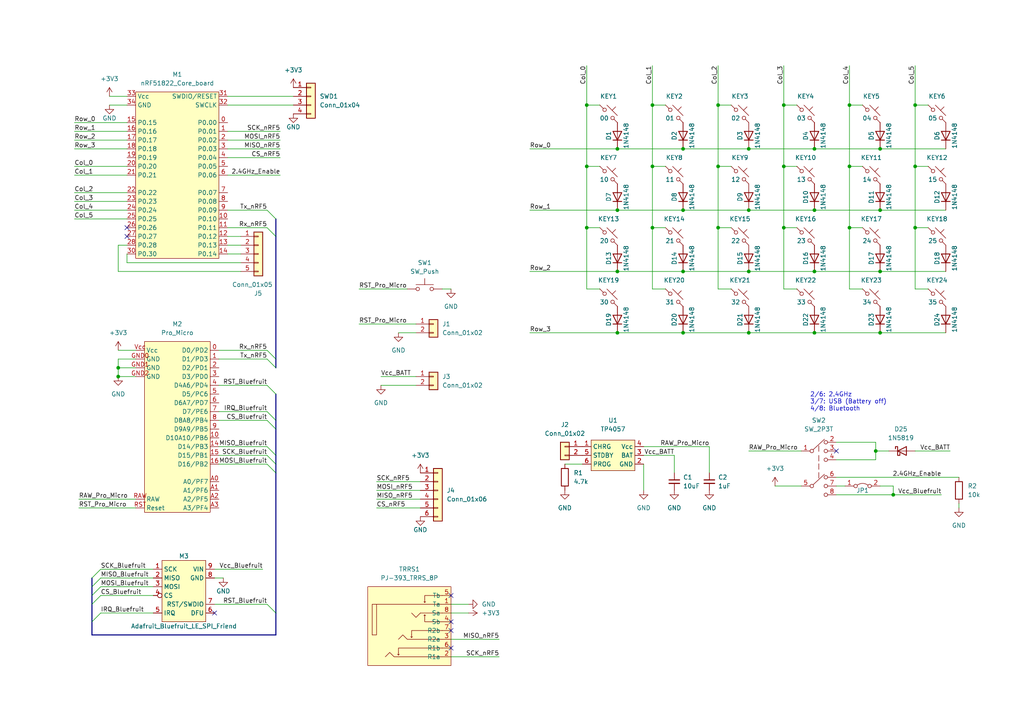
<source format=kicad_sch>
(kicad_sch (version 20211123) (generator eeschema)
  (paper "A4")
  (title_block (title "ErgoSNM Keyboard Prototype (Left)") (rev "1"))
  (lib_symbols
    (symbol "Connector_Generic:Conn_01x02" (pin_names (offset 1.016) hide)
      (property "Reference" "J" (at 0 2.54 0))
      (property "Value" "Conn_01x02" (at 0 -5.08 0))
      (symbol "Conn_01x02_1_1"
        (pin passive line (at -5.08 0 0) (length 3.81) (name "Pin_1") (number "1"))
        (pin passive line (at -5.08 -2.54 0) (length 3.81) (name "Pin_2") (number "2"))
      )
    )
    (symbol "Connector_Generic:Conn_01x04" (pin_names (offset 1.016) hide)
      (property "Reference" "J" (at 0 5.08 0))
      (property "Value" "Conn_01x04" (at 0 -7.62 0))
      (symbol "Conn_01x04_1_1"
        (pin passive line (at -5.08 2.54 0) (length 3.81) (name "Pin_1") (number "1"))
        (pin passive line (at -5.08 0 0) (length 3.81) (name "Pin_2") (number "2"))
        (pin passive line (at -5.08 -2.54 0) (length 3.81) (name "Pin_3") (number "3"))
        (pin passive line (at -5.08 -5.08 0) (length 3.81) (name "Pin_4") (number "4"))
      )
    )
    (symbol "Connector_Generic:Conn_01x05" (pin_names (offset 1.016) hide)
      (property "Reference" "J" (at 0 7.62 0))
      (property "Value" "Conn_01x05" (at 0 -7.62 0))
      (symbol "Conn_01x05_1_1"
        (pin passive line (at -5.08 5.08 0) (length 3.81) (name "Pin_1") (number "1"))
        (pin passive line (at -5.08 2.54 0) (length 3.81) (name "Pin_2") (number "2"))
        (pin passive line (at -5.08 0 0) (length 3.81) (name "Pin_3") (number "3"))
        (pin passive line (at -5.08 -2.54 0) (length 3.81) (name "Pin_4") (number "4"))
        (pin passive line (at -5.08 -5.08 0) (length 3.81) (name "Pin_5") (number "5"))
      )
    )
    (symbol "Connector_Generic:Conn_01x06" (pin_names (offset 1.016) hide)
      (property "Reference" "J" (at 0 7.62 0))
      (property "Value" "Conn_01x06" (at 0 -10.16 0))
      (symbol "Conn_01x06_1_1"
        (pin passive line (at -5.08 5.08 0) (length 3.81) (name "Pin_1") (number "1"))
        (pin passive line (at -5.08 2.54 0) (length 3.81) (name "Pin_2") (number "2"))
        (pin passive line (at -5.08 0 0) (length 3.81) (name "Pin_3") (number "3"))
        (pin passive line (at -5.08 -2.54 0) (length 3.81) (name "Pin_4") (number "4"))
        (pin passive line (at -5.08 -5.08 0) (length 3.81) (name "Pin_5") (number "5"))
        (pin passive line (at -5.08 -7.62 0) (length 3.81) (name "Pin_6") (number "6"))
      )
    )
    (symbol "Device:C_Small" (pin_numbers hide) (pin_names (offset 0.254) hide)
      (property "Reference" "C" (at 0.254 1.778 0))
      (property "Value" "C_Small" (at 0.254 -2.032 0))
      (symbol "C_Small_1_1"
        (pin passive line (at 0 2.54 270) (length 2.032) (name "~") (number "1"))
        (pin passive line (at 0 -2.54 90) (length 2.032) (name "~") (number "2"))
      )
    )
    (symbol "Device:R" (pin_numbers hide) (pin_names (offset 0))
      (property "Reference" "R" (at 2.032 0 90))
      (property "Value" "R" (at 0 0 90))
      (symbol "R_1_1"
        (pin passive line (at 0 3.81 270) (length 1.27) (name "~") (number "1"))
        (pin passive line (at 0 -3.81 90) (length 1.27) (name "~") (number "2"))
      )
    )
    (symbol "Diode:1N4148" (pin_numbers hide) (pin_names (offset 1.016) hide)
      (property "Reference" "D" (at 0 2.54 0))
      (property "Value" "1N4148" (at 0 -2.54 0))
      (symbol "1N4148_1_1"
        (pin passive line (at -3.81 0 0) (length 2.54) (name "K") (number "1"))
        (pin passive line (at 3.81 0 180) (length 2.54) (name "A") (number "2"))
      )
    )
    (symbol "Diode:1N5819" (pin_numbers hide) (pin_names (offset 1.016) hide)
      (property "Reference" "D" (at 0 2.54 0))
      (property "Value" "1N5819" (at 0 -2.54 0))
      (symbol "1N5819_1_1"
        (pin passive line (at -3.81 0 0) (length 2.54) (name "K") (number "1"))
        (pin passive line (at 3.81 0 180) (length 2.54) (name "A") (number "2"))
      )
    )
    (symbol "ErgoSNM_Keybaord_Library:Adafruit_Bluefruit_LE_SPI_Friend"
      (property "Reference" "M" (at 0 -12.7 0))
      (property "Value" "Adafruit_Bluefruit_LE_SPI_Friend" (at 1.27 -10.16 0))
      (symbol "Adafruit_Bluefruit_LE_SPI_Friend_1_1"
        (pin input line (at -8.89 6.35 0) (length 2.54) (name "SCK") (number "1"))
        (pin output line (at -8.89 3.81 0) (length 2.54) (name "MISO") (number "2"))
        (pin input line (at -8.89 1.27 0) (length 2.54) (name "MOSI") (number "3"))
        (pin input inverted (at -8.89 -1.27 0) (length 2.54) (name "CS") (number "4"))
        (pin output line (at -8.89 -6.35 0) (length 2.54) (name "IRQ") (number "5"))
        (pin input line (at 8.89 -6.35 180) (length 2.54) (name "DFU") (number "6"))
        (pin input line (at 8.89 -3.81 180) (length 2.54) (name "RST/SWDIO") (number "7"))
        (pin power_in line (at 8.89 3.81 180) (length 2.54) (name "GND") (number "8"))
        (pin power_in line (at 8.89 6.35 180) (length 2.54) (name "VIN") (number "9"))
      )
    )
    (symbol "ErgoSNM_Keybaord_Library:PJ-393_TRRS_8P"
      (property "Reference" "TRRS" (at -5.08 -16.51 0))
      (property "Value" "PJ-393_TRRS_8P" (at -3.175 -18.415 0))
      (symbol "PJ-393_TRRS_8P_0_0"
        (pin bidirectional line (at 10.16 -8.89 180) (length 2.54) (name "R1a") (number "2"))
        (pin bidirectional line (at 10.16 -3.81 180) (length 2.54) (name "R2a") (number "3"))
        (pin bidirectional line (at 10.16 1.27 180) (length 2.54) (name "Sb") (number "4"))
        (pin bidirectional line (at 10.16 8.89 180) (length 2.54) (name "Tb") (number "5"))
        (pin bidirectional line (at 10.16 -6.35 180) (length 2.54) (name "R1b") (number "6"))
        (pin bidirectional line (at 10.16 -1.27 180) (length 2.54) (name "R2b") (number "7"))
        (pin bidirectional line (at 10.16 3.81 180) (length 2.54) (name "Sa") (number "8"))
      )
      (symbol "PJ-393_TRRS_8P_1_1"
        (pin bidirectional line (at 10.16 6.35 180) (length 2.54) (name "Ta") (number "1"))
      )
    )
    (symbol "ErgoSNM_Keybaord_Library:Pro_Micro"
      (property "Reference" "M" (at 0 -27.94 0))
      (property "Value" "Pro_Micro" (at 0 -25.4 0))
      (symbol "Pro_Micro_1_1"
        (pin bidirectional line (at 13.97 22.86 180) (length 2.54) (name "D0/PD2") (number "0"))
        (pin bidirectional line (at 13.97 20.32 180) (length 2.54) (name "D1/PD3") (number "1"))
        (pin bidirectional line (at 13.97 -2.54 180) (length 2.54) (name "D10A10/PB6") (number "10"))
        (pin bidirectional line (at 13.97 -5.08 180) (length 2.54) (name "D14/PB3") (number "14"))
        (pin bidirectional line (at 13.97 -7.62 180) (length 2.54) (name "D15/PB1") (number "15"))
        (pin bidirectional line (at 13.97 -10.16 180) (length 2.54) (name "D16/PB2") (number "16"))
        (pin bidirectional line (at 13.97 17.78 180) (length 2.54) (name "D2/PD1") (number "2"))
        (pin bidirectional line (at 13.97 15.24 180) (length 2.54) (name "D3/PD0") (number "3"))
        (pin bidirectional line (at 13.97 12.7 180) (length 2.54) (name "D4A6/PD4") (number "4"))
        (pin bidirectional line (at 13.97 10.16 180) (length 2.54) (name "D5/PC6") (number "5"))
        (pin bidirectional line (at 13.97 7.62 180) (length 2.54) (name "D6A7/PD7") (number "6"))
        (pin bidirectional line (at 13.97 5.08 180) (length 2.54) (name "D7/PE6") (number "7"))
        (pin bidirectional line (at 13.97 2.54 180) (length 2.54) (name "D8A8/PB4") (number "8"))
        (pin bidirectional line (at 13.97 0 180) (length 2.54) (name "D9A9/PB5") (number "9"))
        (pin bidirectional line (at 13.97 -15.24 180) (length 2.54) (name "A0/PF7") (number "A0"))
        (pin bidirectional line (at 13.97 -17.78 180) (length 2.54) (name "A1/PF6") (number "A1"))
        (pin bidirectional line (at 13.97 -20.32 180) (length 2.54) (name "A2/PF5") (number "A2"))
        (pin bidirectional line (at 13.97 -22.86 180) (length 2.54) (name "A3/PF4") (number "A3"))
        (pin power_in line (at -10.16 20.32 0) (length 2.54) (name "GND") (number "GND0"))
        (pin power_in line (at -10.16 17.78 0) (length 2.54) (name "GND") (number "GND1"))
        (pin power_in line (at -10.16 15.24 0) (length 2.54) (name "GND") (number "GND2"))
        (pin bidirectional line (at -10.16 -20.32 0) (length 2.54) (name "RAW") (number "RAW"))
        (pin bidirectional line (at -10.16 -22.86 0) (length 2.54) (name "Reset") (number "RST"))
        (pin power_in line (at -10.16 22.86 0) (length 2.54) (name "Vcc") (number "Vcc"))
      )
    )
    (symbol "ErgoSNM_Keybaord_Library:SW_2P3T"
      (property "Reference" "SW" (at 0.127 -10.414 0))
      (property "Value" "SW_2P3T" (at -0.127 11.049 0))
      (symbol "SW_2P3T_1_1"
        (pin passive line (at -5.08 5.08 0) (length 2.54) (name "") (number "1"))
        (pin passive line (at 5.08 7.62 180) (length 2.54) (name "") (number "2"))
        (pin passive line (at 5.08 5.08 180) (length 2.54) (name "") (number "3"))
        (pin passive line (at 5.08 2.54 180) (length 2.54) (name "") (number "4"))
        (pin passive line (at -5.08 -5.08 0) (length 2.54) (name "") (number "5"))
        (pin passive line (at 5.08 -2.54 180) (length 2.54) (name "") (number "6"))
        (pin passive line (at 5.08 -5.08 180) (length 2.54) (name "") (number "7"))
        (pin passive line (at 5.08 -7.62 180) (length 2.54) (name "") (number "8"))
      )
    )
    (symbol "ErgoSNM_Keybaord_Library:TP4057"
      (property "Reference" "U" (at 0 -8.255 0))
      (property "Value" "TP4057" (at 0 -5.715 0))
      (symbol "TP4057_1_1"
        (pin output line (at -8.89 2.54 0) (length 2.54) (name "CHRG") (number "1"))
        (pin power_in line (at 8.89 -2.54 180) (length 2.54) (name "GND") (number "2"))
        (pin power_in line (at 8.89 0 180) (length 2.54) (name "BAT") (number "3"))
        (pin power_in line (at 8.89 2.54 180) (length 2.54) (name "Vcc") (number "4"))
        (pin output line (at -8.89 0 0) (length 2.54) (name "STDBY") (number "5"))
        (pin input line (at -8.89 -2.54 0) (length 2.54) (name "PROG") (number "6"))
      )
    )
    (symbol "ErgoSNM_Keybaord_Library:nRF51822_Core_board"
      (property "Reference" "M" (at 0 -25.4 0))
      (property "Value" "nRF51822_Core_board" (at 0 -22.86 0))
      (symbol "nRF51822_Core_board_1_1"
        (pin bidirectional line (at 15.24 17.78 180) (length 2.54) (name "P0.00") (number "0"))
        (pin bidirectional line (at 15.24 15.24 180) (length 2.54) (name "P0.01") (number "1"))
        (pin bidirectional line (at 15.24 -10.16 180) (length 2.54) (name "P0.10") (number "10"))
        (pin bidirectional line (at 15.24 -12.7 180) (length 2.54) (name "P0.11") (number "11"))
        (pin bidirectional line (at 15.24 -15.24 180) (length 2.54) (name "P0.12") (number "12"))
        (pin bidirectional line (at 15.24 -17.78 180) (length 2.54) (name "P0.13") (number "13"))
        (pin bidirectional line (at 15.24 -20.32 180) (length 2.54) (name "P0.14") (number "14"))
        (pin bidirectional line (at -13.97 17.78 0) (length 2.54) (name "P0.15") (number "15"))
        (pin bidirectional line (at -13.97 15.24 0) (length 2.54) (name "P0.16") (number "16"))
        (pin bidirectional line (at -13.97 12.7 0) (length 2.54) (name "P0.17") (number "17"))
        (pin bidirectional line (at -13.97 10.16 0) (length 2.54) (name "P0.18") (number "18"))
        (pin bidirectional line (at -13.97 7.62 0) (length 2.54) (name "P0.19") (number "19"))
        (pin bidirectional line (at 15.24 12.7 180) (length 2.54) (name "P0.02") (number "2"))
        (pin bidirectional line (at -13.97 5.08 0) (length 2.54) (name "P0.20") (number "20"))
        (pin bidirectional line (at -13.97 2.54 0) (length 2.54) (name "P0.21") (number "21"))
        (pin bidirectional line (at -13.97 -2.54 0) (length 2.54) (name "P0.22") (number "22"))
        (pin bidirectional line (at -13.97 -5.08 0) (length 2.54) (name "P0.23") (number "23"))
        (pin bidirectional line (at -13.97 -7.62 0) (length 2.54) (name "P0.24") (number "24"))
        (pin bidirectional line (at -13.97 -10.16 0) (length 2.54) (name "P0.25") (number "25"))
        (pin bidirectional line (at -13.97 -12.7 0) (length 2.54) (name "P0.26") (number "26"))
        (pin bidirectional line (at -13.97 -15.24 0) (length 2.54) (name "P0.27") (number "27"))
        (pin bidirectional line (at -13.97 -17.78 0) (length 2.54) (name "P0.28") (number "28"))
        (pin bidirectional line (at 15.24 10.16 180) (length 2.54) (name "P0.03") (number "3"))
        (pin bidirectional line (at -13.97 -20.32 0) (length 2.54) (name "P0.30") (number "30"))
        (pin bidirectional line (at 15.24 25.4 180) (length 2.54) (name "SWDIO/RESET") (number "31"))
        (pin bidirectional line (at 15.24 22.86 180) (length 2.54) (name "SWCLK") (number "32"))
        (pin power_in line (at -13.97 25.4 0) (length 2.54) (name "Vcc") (number "33"))
        (pin power_in line (at -13.97 22.86 0) (length 2.54) (name "GND") (number "34"))
        (pin bidirectional line (at 15.24 7.62 180) (length 2.54) (name "P0.04") (number "4"))
        (pin bidirectional line (at 15.24 5.08 180) (length 2.54) (name "P0.05") (number "5"))
        (pin bidirectional line (at 15.24 2.54 180) (length 2.54) (name "P0.06") (number "6"))
        (pin bidirectional line (at 15.24 -2.54 180) (length 2.54) (name "P0.07") (number "7"))
        (pin bidirectional line (at 15.24 -5.08 180) (length 2.54) (name "P0.08") (number "8"))
        (pin bidirectional line (at 15.24 -7.62 180) (length 2.54) (name "P0.09") (number "9"))
      )
    )
    (symbol "Jumper:Jumper_2_Bridged" (pin_names (offset 0) hide)
      (property "Reference" "JP" (at 0 1.905 0))
      (property "Value" "Jumper_2_Bridged" (at 0 -2.54 0))
      (symbol "Jumper_2_Bridged_1_1"
        (pin passive line (at -5.08 0 0) (length 2.54) (name "A") (number "1"))
        (pin passive line (at 5.08 0 180) (length 2.54) (name "B") (number "2"))
      )
    )
    (symbol "Switch:SW_Push" (pin_numbers hide) (pin_names (offset 1.016) hide)
      (property "Reference" "SW" (at 1.27 2.54 0))
      (property "Value" "SW_Push" (at 0 -1.524 0))
      (symbol "SW_Push_0_1"
        (pin passive line (at -5.08 0 0) (length 2.54) (name "1") (number "1"))
        (pin passive line (at 5.08 0 180) (length 2.54) (name "2") (number "2"))
      )
    )
    (symbol "Switch:SW_Push_45deg" (pin_numbers hide) (pin_names (offset 1.016) hide)
      (property "Reference" "SW" (at 3.048 1.016 0))
      (property "Value" "SW_Push_45deg" (at 0 -3.81 0))
      (symbol "SW_Push_45deg_0_1"
        (pin passive line (at -2.54 2.54 0) (length 0) (name "1") (number "1"))
        (pin passive line (at 2.54 -2.54 180) (length 0) (name "2") (number "2"))
      )
    )
    (symbol "power:+3.3V" (power) (pin_names (offset 0))
      (property "Value" "+3.3V" (at 0 3.556 0))
      (symbol "+3.3V_1_1"
        (pin power_in line (at 0 0 90) (length 0) hide (name "+3V3") (number "1"))
      )
    )
    (symbol "power:GND" (power) (pin_names (offset 0))
      (property "Value" "GND" (at 0 -3.81 0))
      (symbol "GND_1_1"
        (pin power_in line (at 0 0 270) (length 0) hide (name "GND") (number "1"))
      )
    )
  )
  (junction (at 236.22 78.74))
  (junction (at 255.27 78.74))
  (junction (at 217.17 78.74))
  (junction (at 189.23 66.04))
  (junction (at 236.22 60.96))
  (junction (at 236.22 96.52))
  (junction (at 265.43 48.26))
  (junction (at 179.07 60.96))
  (junction (at 208.28 30.48))
  (junction (at 246.38 66.04))
  (junction (at 265.43 66.04))
  (junction (at 198.12 60.96))
  (junction (at 255.27 96.52))
  (junction (at 227.33 48.26))
  (junction (at 208.28 48.26))
  (junction (at 198.12 78.74))
  (junction (at 179.07 96.52))
  (junction (at 255.27 43.18))
  (junction (at 198.12 43.18))
  (junction (at 265.43 30.48))
  (junction (at 179.07 43.18))
  (junction (at 217.17 60.96))
  (junction (at 189.23 30.48))
  (junction (at 34.29 106.68))
  (junction (at 217.17 43.18))
  (junction (at 179.07 78.74))
  (junction (at 170.18 30.48))
  (junction (at 246.38 30.48))
  (junction (at 170.18 66.04))
  (junction (at 236.22 43.18))
  (junction (at 246.38 48.26))
  (junction (at 198.12 96.52))
  (junction (at 227.33 30.48))
  (junction (at 259.08 143.51))
  (junction (at 255.27 60.96))
  (junction (at 208.28 66.04))
  (junction (at 34.29 109.22))
  (junction (at 254 130.81))
  (junction (at 227.33 66.04))
  (junction (at 189.23 48.26))
  (junction (at 170.18 48.26))
  (junction (at 217.17 96.52))
  (no_connect (at 36.83 68.58))
  (no_connect (at 36.83 66.04))
  (no_connect (at 130.81 187.96))
  (no_connect (at 130.81 182.88))
  (no_connect (at 130.81 180.34))
  (no_connect (at 130.81 172.72))
  (no_connect (at 242.57 130.81))
  (no_connect (at 62.23 177.8))
  (bus_entry (at 29.21 170.18) (size -2.54 2.54))
  (bus_entry (at 29.21 167.64) (size -2.54 2.54))
  (bus_entry (at 29.21 165.1) (size -2.54 2.54))
  (bus_entry (at 29.21 172.72) (size -2.54 2.54))
  (bus_entry (at 29.21 177.8) (size -2.54 2.54))
  (bus_entry (at 77.47 175.26) (size 2.54 2.54))
  (bus_entry (at 77.47 129.54) (size 2.54 2.54))
  (bus_entry (at 77.47 121.92) (size 2.54 2.54))
  (bus_entry (at 77.47 132.08) (size 2.54 2.54))
  (bus_entry (at 77.47 134.62) (size 2.54 2.54))
  (bus_entry (at 77.47 119.38) (size 2.54 2.54))
  (bus_entry (at 77.47 111.76) (size 2.54 2.54))
  (bus_entry (at 77.47 60.96) (size 2.54 2.54))
  (bus_entry (at 77.47 66.04) (size 2.54 2.54))
  (bus_entry (at 77.47 101.6) (size 2.54 2.54))
  (bus_entry (at 77.47 104.14) (size 2.54 2.54))
  (wire (pts (xy 69.85 68.58) (xy 66.04 68.58)))
  (wire (pts (xy 31.75 27.94) (xy 36.83 27.94)))
  (wire (pts (xy 208.28 48.26) (xy 208.28 66.04)))
  (wire (pts (xy 69.85 73.66) (xy 66.04 73.66)))
  (wire (pts (xy 186.69 132.08) (xy 195.58 132.08)))
  (wire (pts (xy 212.09 30.48) (xy 208.28 30.48)))
  (bus (pts (xy 80.01 104.14) (xy 80.01 68.58)))
  (wire (pts (xy 242.57 138.43) (xy 278.13 138.43)))
  (wire (pts (xy 179.07 96.52) (xy 198.12 96.52)))
  (wire (pts (xy 255.27 140.97) (xy 259.08 140.97)))
  (wire (pts (xy 29.21 177.8) (xy 44.45 177.8)))
  (wire (pts (xy 66.04 45.72) (xy 81.28 45.72)))
  (wire (pts (xy 173.99 48.26) (xy 170.18 48.26)))
  (wire (pts (xy 29.21 167.64) (xy 44.45 167.64)))
  (wire (pts (xy 265.43 48.26) (xy 265.43 66.04)))
  (wire (pts (xy 212.09 83.82) (xy 208.28 83.82)))
  (wire (pts (xy 242.57 140.97) (xy 245.11 140.97)))
  (wire (pts (xy 231.14 66.04) (xy 227.33 66.04)))
  (wire (pts (xy 110.49 109.22) (xy 120.65 109.22)))
  (bus (pts (xy 80.01 124.46) (xy 80.01 132.08)))
  (wire (pts (xy 153.67 43.18) (xy 179.07 43.18)))
  (wire (pts (xy 77.47 119.38) (xy 63.5 119.38)))
  (wire (pts (xy 269.24 30.48) (xy 265.43 30.48)))
  (wire (pts (xy 198.12 60.96) (xy 217.17 60.96)))
  (wire (pts (xy 173.99 83.82) (xy 170.18 83.82)))
  (bus (pts (xy 80.01 137.16) (xy 80.01 177.8)))
  (wire (pts (xy 278.13 146.05) (xy 278.13 147.32)))
  (wire (pts (xy 227.33 48.26) (xy 227.33 66.04)))
  (wire (pts (xy 21.59 63.5) (xy 36.83 63.5)))
  (wire (pts (xy 265.43 66.04) (xy 265.43 83.82)))
  (wire (pts (xy 217.17 96.52) (xy 236.22 96.52)))
  (wire (pts (xy 250.19 30.48) (xy 246.38 30.48)))
  (wire (pts (xy 66.04 38.1) (xy 81.28 38.1)))
  (wire (pts (xy 34.29 106.68) (xy 34.29 109.22)))
  (wire (pts (xy 29.21 165.1) (xy 44.45 165.1)))
  (wire (pts (xy 170.18 30.48) (xy 170.18 48.26)))
  (wire (pts (xy 179.07 43.18) (xy 198.12 43.18)))
  (wire (pts (xy 115.57 96.52) (xy 120.65 96.52)))
  (wire (pts (xy 39.37 104.14) (xy 34.29 104.14)))
  (bus (pts (xy 80.01 184.15) (xy 26.67 184.15)))
  (wire (pts (xy 77.47 129.54) (xy 63.5 129.54)))
  (wire (pts (xy 144.78 190.5) (xy 130.81 190.5)))
  (wire (pts (xy 21.59 43.18) (xy 36.83 43.18)))
  (wire (pts (xy 257.81 130.81) (xy 254 130.81)))
  (wire (pts (xy 208.28 66.04) (xy 208.28 83.82)))
  (wire (pts (xy 69.85 76.2) (xy 36.83 76.2)))
  (wire (pts (xy 22.86 144.78) (xy 39.37 144.78)))
  (wire (pts (xy 227.33 19.05) (xy 227.33 30.48)))
  (wire (pts (xy 34.29 106.68) (xy 39.37 106.68)))
  (wire (pts (xy 224.79 140.97) (xy 232.41 140.97)))
  (wire (pts (xy 21.59 50.8) (xy 36.83 50.8)))
  (wire (pts (xy 135.89 175.26) (xy 130.81 175.26)))
  (wire (pts (xy 186.69 142.24) (xy 186.69 134.62)))
  (wire (pts (xy 170.18 19.05) (xy 170.18 30.48)))
  (bus (pts (xy 80.01 114.3) (xy 80.01 121.92)))
  (wire (pts (xy 77.47 66.04) (xy 66.04 66.04)))
  (wire (pts (xy 179.07 60.96) (xy 198.12 60.96)))
  (wire (pts (xy 242.57 133.35) (xy 254 133.35)))
  (wire (pts (xy 193.04 48.26) (xy 189.23 48.26)))
  (wire (pts (xy 212.09 48.26) (xy 208.28 48.26)))
  (wire (pts (xy 186.69 129.54) (xy 205.74 129.54)))
  (wire (pts (xy 254 133.35) (xy 254 130.81)))
  (wire (pts (xy 21.59 55.88) (xy 36.83 55.88)))
  (wire (pts (xy 265.43 19.05) (xy 265.43 30.48)))
  (wire (pts (xy 198.12 43.18) (xy 217.17 43.18)))
  (wire (pts (xy 242.57 143.51) (xy 259.08 143.51)))
  (bus (pts (xy 80.01 121.92) (xy 80.01 124.46)))
  (wire (pts (xy 144.78 185.42) (xy 130.81 185.42)))
  (wire (pts (xy 163.83 134.62) (xy 168.91 134.62)))
  (wire (pts (xy 189.23 19.05) (xy 189.23 30.48)))
  (wire (pts (xy 34.29 109.22) (xy 39.37 109.22)))
  (wire (pts (xy 242.57 128.27) (xy 254 128.27)))
  (wire (pts (xy 31.75 30.48) (xy 36.83 30.48)))
  (wire (pts (xy 217.17 60.96) (xy 236.22 60.96)))
  (wire (pts (xy 189.23 66.04) (xy 189.23 83.82)))
  (wire (pts (xy 246.38 66.04) (xy 246.38 83.82)))
  (wire (pts (xy 77.47 134.62) (xy 63.5 134.62)))
  (wire (pts (xy 69.85 71.12) (xy 66.04 71.12)))
  (wire (pts (xy 63.5 104.14) (xy 77.47 104.14)))
  (wire (pts (xy 217.17 130.81) (xy 232.41 130.81)))
  (wire (pts (xy 66.04 30.48) (xy 85.09 30.48)))
  (wire (pts (xy 21.59 35.56) (xy 36.83 35.56)))
  (wire (pts (xy 236.22 43.18) (xy 255.27 43.18)))
  (wire (pts (xy 231.14 83.82) (xy 227.33 83.82)))
  (wire (pts (xy 212.09 66.04) (xy 208.28 66.04)))
  (wire (pts (xy 265.43 30.48) (xy 265.43 48.26)))
  (wire (pts (xy 205.74 137.16) (xy 205.74 129.54)))
  (wire (pts (xy 193.04 66.04) (xy 189.23 66.04)))
  (wire (pts (xy 255.27 43.18) (xy 274.32 43.18)))
  (wire (pts (xy 21.59 38.1) (xy 36.83 38.1)))
  (wire (pts (xy 246.38 19.05) (xy 246.38 30.48)))
  (wire (pts (xy 250.19 83.82) (xy 246.38 83.82)))
  (wire (pts (xy 77.47 60.96) (xy 66.04 60.96)))
  (wire (pts (xy 246.38 48.26) (xy 246.38 66.04)))
  (wire (pts (xy 104.14 83.82) (xy 118.11 83.82)))
  (wire (pts (xy 198.12 78.74) (xy 217.17 78.74)))
  (wire (pts (xy 36.83 76.2) (xy 36.83 73.66)))
  (wire (pts (xy 130.81 83.82) (xy 128.27 83.82)))
  (wire (pts (xy 254 130.81) (xy 254 128.27)))
  (wire (pts (xy 62.23 167.64) (xy 64.77 167.64)))
  (wire (pts (xy 173.99 66.04) (xy 170.18 66.04)))
  (wire (pts (xy 135.89 177.8) (xy 130.81 177.8)))
  (wire (pts (xy 66.04 27.94) (xy 85.09 27.94)))
  (wire (pts (xy 21.59 60.96) (xy 36.83 60.96)))
  (bus (pts (xy 26.67 167.64) (xy 26.67 170.18)))
  (wire (pts (xy 269.24 66.04) (xy 265.43 66.04)))
  (wire (pts (xy 255.27 60.96) (xy 274.32 60.96)))
  (wire (pts (xy 153.67 96.52) (xy 179.07 96.52)))
  (wire (pts (xy 77.47 121.92) (xy 63.5 121.92)))
  (wire (pts (xy 69.85 78.74) (xy 34.29 78.74)))
  (wire (pts (xy 153.67 60.96) (xy 179.07 60.96)))
  (bus (pts (xy 80.01 134.62) (xy 80.01 137.16)))
  (wire (pts (xy 231.14 48.26) (xy 227.33 48.26)))
  (wire (pts (xy 227.33 30.48) (xy 227.33 48.26)))
  (wire (pts (xy 170.18 66.04) (xy 170.18 83.82)))
  (bus (pts (xy 26.67 172.72) (xy 26.67 175.26)))
  (wire (pts (xy 77.47 111.76) (xy 63.5 111.76)))
  (wire (pts (xy 269.24 48.26) (xy 265.43 48.26)))
  (wire (pts (xy 217.17 78.74) (xy 236.22 78.74)))
  (wire (pts (xy 189.23 30.48) (xy 189.23 48.26)))
  (wire (pts (xy 110.49 111.76) (xy 120.65 111.76)))
  (bus (pts (xy 26.67 180.34) (xy 26.67 184.15)))
  (wire (pts (xy 109.22 139.7) (xy 121.92 139.7)))
  (wire (pts (xy 109.22 147.32) (xy 121.92 147.32)))
  (wire (pts (xy 34.29 104.14) (xy 34.29 106.68)))
  (wire (pts (xy 77.47 175.26) (xy 62.23 175.26)))
  (wire (pts (xy 173.99 30.48) (xy 170.18 30.48)))
  (wire (pts (xy 34.29 71.12) (xy 36.83 71.12)))
  (wire (pts (xy 77.47 132.08) (xy 63.5 132.08)))
  (wire (pts (xy 189.23 48.26) (xy 189.23 66.04)))
  (wire (pts (xy 179.07 78.74) (xy 198.12 78.74)))
  (wire (pts (xy 193.04 83.82) (xy 189.23 83.82)))
  (wire (pts (xy 246.38 30.48) (xy 246.38 48.26)))
  (wire (pts (xy 81.28 50.8) (xy 66.04 50.8)))
  (wire (pts (xy 34.29 78.74) (xy 34.29 71.12)))
  (wire (pts (xy 195.58 137.16) (xy 195.58 132.08)))
  (bus (pts (xy 80.01 132.08) (xy 80.01 134.62)))
  (bus (pts (xy 26.67 175.26) (xy 26.67 180.34)))
  (wire (pts (xy 66.04 40.64) (xy 81.28 40.64)))
  (wire (pts (xy 21.59 58.42) (xy 36.83 58.42)))
  (wire (pts (xy 104.14 93.98) (xy 120.65 93.98)))
  (wire (pts (xy 275.59 130.81) (xy 265.43 130.81)))
  (wire (pts (xy 29.21 170.18) (xy 44.45 170.18)))
  (wire (pts (xy 21.59 48.26) (xy 36.83 48.26)))
  (wire (pts (xy 21.59 40.64) (xy 36.83 40.64)))
  (wire (pts (xy 29.21 172.72) (xy 44.45 172.72)))
  (wire (pts (xy 231.14 30.48) (xy 227.33 30.48)))
  (wire (pts (xy 109.22 144.78) (xy 121.92 144.78)))
  (wire (pts (xy 227.33 66.04) (xy 227.33 83.82)))
  (wire (pts (xy 198.12 96.52) (xy 217.17 96.52)))
  (bus (pts (xy 26.67 170.18) (xy 26.67 172.72)))
  (wire (pts (xy 250.19 66.04) (xy 246.38 66.04)))
  (wire (pts (xy 62.23 165.1) (xy 76.2 165.1)))
  (wire (pts (xy 236.22 96.52) (xy 255.27 96.52)))
  (wire (pts (xy 255.27 78.74) (xy 274.32 78.74)))
  (wire (pts (xy 217.17 43.18) (xy 236.22 43.18)))
  (wire (pts (xy 193.04 30.48) (xy 189.23 30.48)))
  (wire (pts (xy 236.22 60.96) (xy 255.27 60.96)))
  (wire (pts (xy 269.24 83.82) (xy 265.43 83.82)))
  (wire (pts (xy 153.67 78.74) (xy 179.07 78.74)))
  (wire (pts (xy 22.86 147.32) (xy 39.37 147.32)))
  (bus (pts (xy 80.01 104.14) (xy 80.01 106.68)))
  (wire (pts (xy 170.18 48.26) (xy 170.18 66.04)))
  (wire (pts (xy 255.27 96.52) (xy 274.32 96.52)))
  (wire (pts (xy 208.28 30.48) (xy 208.28 48.26)))
  (bus (pts (xy 80.01 177.8) (xy 80.01 184.15)))
  (wire (pts (xy 236.22 78.74) (xy 255.27 78.74)))
  (wire (pts (xy 259.08 143.51) (xy 259.08 140.97)))
  (wire (pts (xy 63.5 101.6) (xy 77.47 101.6)))
  (wire (pts (xy 208.28 19.05) (xy 208.28 30.48)))
  (bus (pts (xy 80.01 63.5) (xy 80.01 68.58)))
  (wire (pts (xy 250.19 48.26) (xy 246.38 48.26)))
  (wire (pts (xy 109.22 142.24) (xy 121.92 142.24)))
  (wire (pts (xy 273.05 143.51) (xy 259.08 143.51)))
  (wire (pts (xy 66.04 43.18) (xy 81.28 43.18)))
  (wire (pts (xy 34.29 101.6) (xy 39.37 101.6)))
  (text "2/6: 2.4GHz\n3/7: USB (Battery off)\n4/8: Bluetooth" (at 234.95 119.38 0) (effects (font (size 1.27 1.27)) (justify left bottom)))
  (label "Row_3" (at 21.59 43.18 0))
  (label "Row_0" (at 153.67 43.18 0))
  (label "Col_2" (at 21.59 55.88 0))
  (label "Col_5" (at 265.43 19.05 270))
  (label "Col_5" (at 21.59 63.5 0))
  (label "MOSI_Bluefruit" (at 29.21 170.18 0))
  (label "MISO_Bluefruit" (at 77.47 129.54 180))
  (label "RST_Bluefruit" (at 77.47 111.76 180))
  (label "2.4GHz_Enable" (at 81.28 50.8 180))
  (label "IRQ_Bluefruit" (at 77.47 119.38 180))
  (label "Col_4" (at 246.38 19.05 270))
  (label "SCK_nRF5" (at 81.28 38.1 180))
  (label "SCK_Bluefruit" (at 29.21 165.1 0))
  (label "Col_0" (at 21.59 48.26 0))
  (label "Col_2" (at 208.28 19.05 270))
  (label "Col_3" (at 21.59 58.42 0))
  (label "MISO_nRF5" (at 81.28 43.18 180))
  (label "IRQ_Bluefruit" (at 29.21 177.8 0))
  (label "CS_Bluefruit" (at 29.21 172.72 0))
  (label "Vcc_BATT" (at 195.58 132.08 180))
  (label "MISO_Bluefruit" (at 29.21 167.64 0))
  (label "Row_2" (at 153.67 78.74 0))
  (label "MISO_nRF5" (at 109.22 144.78 0))
  (label "CS_Bluefruit" (at 77.47 121.92 180))
  (label "MOSI_nRF5" (at 109.22 142.24 0))
  (label "SCK_nRF5" (at 109.22 139.7 0))
  (label "RAW_Pro_Micro" (at 22.86 144.78 0))
  (label "MOSI_nRF5" (at 81.28 40.64 180))
  (label "Col_1" (at 189.23 19.05 270))
  (label "Tx_nRF5" (at 77.47 60.96 180))
  (label "Row_1" (at 21.59 38.1 0))
  (label "RAW_Pro_Micro" (at 217.17 130.81 0))
  (label "MISO_nRF5" (at 144.78 185.42 180))
  (label "Vcc_Bluefruit" (at 76.2 165.1 180))
  (label "CS_nRF5" (at 81.28 45.72 180))
  (label "Row_2" (at 21.59 40.64 0))
  (label "RST_Pro_Micro" (at 104.14 93.98 0))
  (label "Col_0" (at 170.18 19.05 270))
  (label "Row_1" (at 153.67 60.96 0))
  (label "RAW_Pro_Micro" (at 205.74 129.54 180))
  (label "Rx_nRF5" (at 77.47 66.04 180))
  (label "SCK_Bluefruit" (at 77.47 132.08 180))
  (label "Col_4" (at 21.59 60.96 0))
  (label "Row_3" (at 153.67 96.52 0))
  (label "RST_Bluefruit" (at 77.47 175.26 180))
  (label "CS_nRF5" (at 109.22 147.32 0))
  (label "SCK_nRF5" (at 144.78 190.5 180))
  (label "Rx_nRF5" (at 77.47 101.6 180))
  (label "MOSI_Bluefruit" (at 77.47 134.62 180))
  (label "Tx_nRF5" (at 77.47 104.14 180))
  (label "Vcc_BATT" (at 110.49 109.22 0))
  (label "Row_0" (at 21.59 35.56 0))
  (label "Col_1" (at 21.59 50.8 0))
  (label "Vcc_BATT" (at 275.59 130.81 180))
  (label "Col_3" (at 227.33 19.05 270))
  (label "Vcc_Bluefruit" (at 273.05 143.51 180))
  (label "2.4GHz_Enable" (at 273.05 138.43 180))
  (label "RST_Pro_Micro" (at 22.86 147.32 0))
  (label "RST_Pro_Micro" (at 104.14 83.82 0))
  (symbol (lib_id "Switch:SW_Push_45deg") (at 176.53 33.02 0) (unit 1)
    (property "Reference" "KEY1" (at 176.53 27.94 0))
    (property "Value" "00" (at 175.26 34.29 0))
    (property "Footprint" "key-switches:MX_Switch_Gateron_socket_A" (effects hide))
  )
  (symbol (lib_id "power:GND") (at 85.09 33.02 0) (unit 1)
    (property "Reference" "#PWR04" (effects hide))
    (property "Value" "GND" (at 85.09 36.83 0))
  )
  (symbol (lib_id "Connector_Generic:Conn_01x04") (at 90.17 27.94 0) (unit 1)
    (property "Reference" "SWD1" (at 92.71 27.9399 0) (effects (justify left)))
    (property "Value" "Conn_01x04" (at 92.71 30.4799 0) (effects (justify left)))
    (property "Footprint" "Connector_PinHeader_2.54mm:PinHeader_1x04_P2.54mm_Horizontal" (effects hide))
  )
  (symbol (lib_id "Switch:SW_Push") (at 123.19 83.82 0) (mirror y) (unit 1)
    (property "Reference" "SW1" (at 123.19 76.2 0))
    (property "Value" "SW_Push" (at 123.19 78.74 0))
    (property "Footprint" "Button_Switch_SMD:SW_Push_1P1T_NO_CK_KSC6xxJ" (effects hide))
  )
  (symbol (lib_id "Diode:1N4148") (at 255.27 74.93 90) (unit 1)
    (property "Reference" "D17" (at 252.73 74.93 0))
    (property "Value" "1N4148" (at 257.81 74.93 0))
    (property "Footprint" "Diode_SMD:D_0603_1608Metric_Pad1.05x0.95mm_HandSolder" (effects hide))
    (property "Datasheet" "https://assets.nexperia.com/documents/data-sheet/1N4148_1N4448.pdf" (effects hide))
  )
  (symbol (lib_id "Switch:SW_Push_45deg") (at 195.58 68.58 0) (unit 1)
    (property "Reference" "KEY14" (at 195.58 63.5 0))
    (property "Value" "21" (at 194.31 69.85 0))
    (property "Footprint" "key-switches:MX_Switch_Gateron_socket_A" (effects hide))
  )
  (symbol (lib_id "Diode:1N4148") (at 217.17 39.37 90) (unit 1)
    (property "Reference" "D3" (at 214.63 39.37 0))
    (property "Value" "1N4148" (at 219.71 39.37 0))
    (property "Footprint" "Diode_SMD:D_0603_1608Metric_Pad1.05x0.95mm_HandSolder" (effects hide))
    (property "Datasheet" "https://assets.nexperia.com/documents/data-sheet/1N4148_1N4448.pdf" (effects hide))
  )
  (symbol (lib_id "Diode:1N4148") (at 236.22 92.71 90) (unit 1)
    (property "Reference" "D22" (at 233.68 92.71 0))
    (property "Value" "1N4148" (at 238.76 92.71 0))
    (property "Footprint" "Diode_SMD:D_0603_1608Metric_Pad1.05x0.95mm_HandSolder" (effects hide))
    (property "Datasheet" "https://assets.nexperia.com/documents/data-sheet/1N4148_1N4448.pdf" (effects hide))
  )
  (symbol (lib_id "Connector_Generic:Conn_01x02") (at 125.73 93.98 0) (unit 1)
    (property "Reference" "J1" (at 128.27 93.9799 0) (effects (justify left)))
    (property "Value" "Conn_01x02" (at 128.27 96.5199 0) (effects (justify left)))
    (property "Footprint" "Connector_PinHeader_2.54mm:PinHeader_1x02_P2.54mm_Horizontal" (effects hide))
  )
  (symbol (lib_id "ErgoSNM_Keybaord_Library:Pro_Micro") (at 49.53 124.46 0) (unit 1)
    (property "Reference" "M2" (at 51.435 93.98 0))
    (property "Value" "Pro_Micro" (at 51.435 96.52 0))
    (property "Footprint" "ErgoSNM_Keybaord:Pro_Micro" (effects hide))
  )
  (symbol (lib_id "Diode:1N4148") (at 255.27 92.71 90) (unit 1)
    (property "Reference" "D23" (at 252.73 92.71 0))
    (property "Value" "1N4148" (at 257.81 92.71 0))
    (property "Footprint" "Diode_SMD:D_0603_1608Metric_Pad1.05x0.95mm_HandSolder" (effects hide))
    (property "Datasheet" "https://assets.nexperia.com/documents/data-sheet/1N4148_1N4448.pdf" (effects hide))
  )
  (symbol (lib_id "power:GND") (at 135.89 175.26 90) (unit 1)
    (property "Reference" "#PWR017" (effects hide))
    (property "Value" "GND" (at 139.7 175.2599 90) (effects (justify right)))
  )
  (symbol (lib_id "power:GND") (at 186.69 142.24 0) (unit 1)
    (property "Reference" "#PWR012" (effects hide))
    (property "Value" "GND" (at 186.69 147.32 0))
  )
  (symbol (lib_id "Switch:SW_Push_45deg") (at 195.58 50.8 0) (unit 1)
    (property "Reference" "KEY8" (at 195.58 45.72 0))
    (property "Value" "11" (at 194.31 52.07 0))
    (property "Footprint" "key-switches:MX_Switch_Gateron_socket_A" (effects hide))
  )
  (symbol (lib_id "Diode:1N4148") (at 179.07 74.93 90) (unit 1)
    (property "Reference" "D13" (at 176.53 74.93 0))
    (property "Value" "1N4148" (at 181.61 74.93 0))
    (property "Footprint" "Diode_SMD:D_0603_1608Metric_Pad1.05x0.95mm_HandSolder" (effects hide))
    (property "Datasheet" "https://assets.nexperia.com/documents/data-sheet/1N4148_1N4448.pdf" (effects hide))
  )
  (symbol (lib_id "Switch:SW_Push_45deg") (at 233.68 68.58 0) (unit 1)
    (property "Reference" "KEY16" (at 233.68 63.5 0))
    (property "Value" "23" (at 232.41 69.85 0))
    (property "Footprint" "key-switches:MX_Switch_Gateron_socket_A" (effects hide))
  )
  (symbol (lib_id "Diode:1N4148") (at 255.27 39.37 90) (unit 1)
    (property "Reference" "D5" (at 252.73 39.37 0))
    (property "Value" "1N4148" (at 257.81 39.37 0))
    (property "Footprint" "Diode_SMD:D_0603_1608Metric_Pad1.05x0.95mm_HandSolder" (effects hide))
    (property "Datasheet" "https://assets.nexperia.com/documents/data-sheet/1N4148_1N4448.pdf" (effects hide))
  )
  (symbol (lib_id "Diode:1N4148") (at 236.22 57.15 90) (unit 1)
    (property "Reference" "D10" (at 233.68 57.15 0))
    (property "Value" "1N4148" (at 238.76 57.15 0))
    (property "Footprint" "Diode_SMD:D_0603_1608Metric_Pad1.05x0.95mm_HandSolder" (effects hide))
    (property "Datasheet" "https://assets.nexperia.com/documents/data-sheet/1N4148_1N4448.pdf" (effects hide))
  )
  (symbol (lib_id "Diode:1N4148") (at 179.07 39.37 90) (unit 1)
    (property "Reference" "D1" (at 176.53 39.37 0))
    (property "Value" "1N4148" (at 181.61 39.37 0))
    (property "Footprint" "Diode_SMD:D_0603_1608Metric_Pad1.05x0.95mm_HandSolder" (effects hide))
    (property "Datasheet" "https://assets.nexperia.com/documents/data-sheet/1N4148_1N4448.pdf" (effects hide))
  )
  (symbol (lib_id "power:GND") (at 205.74 142.24 0) (unit 1)
    (property "Reference" "#PWR014" (effects hide))
    (property "Value" "GND" (at 205.74 147.32 0))
  )
  (symbol (lib_id "power:GND") (at 64.77 167.64 0) (unit 1)
    (property "Reference" "#PWR016" (effects hide))
    (property "Value" "GND" (at 64.77 171.45 0))
  )
  (symbol (lib_id "Switch:SW_Push_45deg") (at 252.73 68.58 0) (unit 1)
    (property "Reference" "KEY17" (at 252.73 63.5 0))
    (property "Value" "24" (at 251.46 69.85 0))
    (property "Footprint" "key-switches:MX_Switch_Gateron_socket_A" (effects hide))
  )
  (symbol (lib_id "Jumper:Jumper_2_Bridged") (at 250.19 140.97 0) (unit 1)
    (property "Reference" "JP1" (at 250.19 142.24 0))
    (property "Value" "Jumper_2_Bridged" (effects hide))
    (property "Footprint" "Jumper:SolderJumper-2_P1.3mm_Open_TrianglePad1.0x1.5mm" (effects hide))
  )
  (symbol (lib_id "power:GND") (at 34.29 109.22 0) (unit 1)
    (property "Reference" "#PWR08" (effects hide))
    (property "Value" "GND" (at 34.29 114.3 0))
  )
  (symbol (lib_id "Switch:SW_Push_45deg") (at 214.63 33.02 0) (unit 1)
    (property "Reference" "KEY3" (at 214.63 27.94 0))
    (property "Value" "02" (at 213.36 34.29 0))
    (property "Footprint" "key-switches:MX_Switch_Gateron_socket_A" (effects hide))
  )
  (symbol (lib_id "Diode:1N4148") (at 179.07 57.15 90) (unit 1)
    (property "Reference" "D7" (at 176.53 57.15 0))
    (property "Value" "1N4148" (at 181.61 57.15 0))
    (property "Footprint" "Diode_SMD:D_0603_1608Metric_Pad1.05x0.95mm_HandSolder" (effects hide))
    (property "Datasheet" "https://assets.nexperia.com/documents/data-sheet/1N4148_1N4448.pdf" (effects hide))
  )
  (symbol (lib_id "Switch:SW_Push_45deg") (at 252.73 50.8 0) (unit 1)
    (property "Reference" "KEY11" (at 252.73 45.72 0))
    (property "Value" "14" (at 251.46 52.07 0))
    (property "Footprint" "key-switches:MX_Switch_Gateron_socket_A" (effects hide))
  )
  (symbol (lib_id "Diode:1N4148") (at 236.22 74.93 90) (unit 1)
    (property "Reference" "D16" (at 233.68 74.93 0))
    (property "Value" "1N4148" (at 238.76 74.93 0))
    (property "Footprint" "Diode_SMD:D_0603_1608Metric_Pad1.05x0.95mm_HandSolder" (effects hide))
    (property "Datasheet" "https://assets.nexperia.com/documents/data-sheet/1N4148_1N4448.pdf" (effects hide))
  )
  (symbol (lib_id "Connector_Generic:Conn_01x02") (at 125.73 109.22 0) (unit 1)
    (property "Reference" "J3" (at 128.27 109.2199 0) (effects (justify left)))
    (property "Value" "Conn_01x02" (at 128.27 111.7599 0) (effects (justify left)))
    (property "Footprint" "Connector_JST:JST_EH_B2B-EH-A_1x02_P2.50mm_Vertical" (effects hide))
  )
  (symbol (lib_id "Diode:1N4148") (at 274.32 92.71 90) (unit 1)
    (property "Reference" "D24" (at 271.78 92.71 0))
    (property "Value" "1N4148" (at 276.86 92.71 0))
    (property "Footprint" "Diode_SMD:D_0603_1608Metric_Pad1.05x0.95mm_HandSolder" (effects hide))
    (property "Datasheet" "https://assets.nexperia.com/documents/data-sheet/1N4148_1N4448.pdf" (effects hide))
  )
  (symbol (lib_id "Device:C_Small") (at 205.74 139.7 0) (unit 1)
    (property "Reference" "C2" (at 208.28 138.4362 0) (effects (justify left)))
    (property "Value" "1uF" (at 208.28 140.9762 0) (effects (justify left)))
    (property "Footprint" "Capacitor_SMD:C_0201_0603Metric_Pad0.64x0.40mm_HandSolder" (effects hide))
  )
  (symbol (lib_id "Device:C_Small") (at 195.58 139.7 0) (unit 1)
    (property "Reference" "C1" (at 198.12 138.4362 0) (effects (justify left)))
    (property "Value" "10uF" (at 198.12 140.9762 0) (effects (justify left)))
    (property "Footprint" "Capacitor_SMD:C_0201_0603Metric_Pad0.64x0.40mm_HandSolder" (effects hide))
  )
  (symbol (lib_id "Switch:SW_Push_45deg") (at 176.53 68.58 0) (unit 1)
    (property "Reference" "KEY13" (at 176.53 63.5 0))
    (property "Value" "20" (at 175.26 69.85 0))
    (property "Footprint" "key-switches:MX_Switch_Gateron_socket_A" (effects hide))
  )
  (symbol (lib_id "Switch:SW_Push_45deg") (at 233.68 86.36 0) (unit 1)
    (property "Reference" "KEY22" (at 233.68 81.28 0))
    (property "Value" "33" (at 232.41 87.63 0))
    (property "Footprint" "key-switches:MX_Switch_Gateron_socket_A" (effects hide))
  )
  (symbol (lib_id "Connector_Generic:Conn_01x02") (at 163.83 129.54 0) (mirror y) (unit 1)
    (property "Reference" "J2" (at 163.83 123.19 0))
    (property "Value" "Conn_01x02" (at 163.83 125.73 0))
    (property "Footprint" "Connector_PinHeader_2.54mm:PinHeader_1x02_P2.54mm_Horizontal" (effects hide))
  )
  (symbol (lib_id "power:GND") (at 278.13 147.32 0) (unit 1)
    (property "Reference" "#PWR015" (effects hide))
    (property "Value" "GND" (at 278.13 152.4 0))
  )
  (symbol (lib_id "Switch:SW_Push_45deg") (at 271.78 50.8 0) (unit 1)
    (property "Reference" "KEY12" (at 271.78 45.72 0))
    (property "Value" "15" (at 270.51 52.07 0))
    (property "Footprint" "key-switches:MX_Switch_Gateron_socket_A" (effects hide))
  )
  (symbol (lib_id "power:+3.3V") (at 34.29 101.6 0) (unit 1)
    (property "Reference" "#PWR06" (effects hide))
    (property "Value" "+3.3V" (at 34.29 96.52 0))
  )
  (symbol (lib_id "Switch:SW_Push_45deg") (at 176.53 50.8 0) (unit 1)
    (property "Reference" "KEY7" (at 176.53 45.72 0))
    (property "Value" "10" (at 175.26 52.07 0))
    (property "Footprint" "key-switches:MX_Switch_Gateron_socket_A" (effects hide))
  )
  (symbol (lib_id "Diode:1N4148") (at 217.17 74.93 90) (unit 1)
    (property "Reference" "D15" (at 214.63 74.93 0))
    (property "Value" "1N4148" (at 219.71 74.93 0))
    (property "Footprint" "Diode_SMD:D_0603_1608Metric_Pad1.05x0.95mm_HandSolder" (effects hide))
    (property "Datasheet" "https://assets.nexperia.com/documents/data-sheet/1N4148_1N4448.pdf" (effects hide))
  )
  (symbol (lib_id "power:GND") (at 130.81 83.82 0) (mirror y) (unit 1)
    (property "Reference" "#PWR05" (effects hide))
    (property "Value" "GND" (at 130.81 88.9 0))
  )
  (symbol (lib_id "power:GND") (at 115.57 96.52 0) (mirror y) (unit 1)
    (property "Reference" "#PWR07" (effects hide))
    (property "Value" "GND" (at 115.57 101.6 0))
  )
  (symbol (lib_id "Diode:1N4148") (at 179.07 92.71 90) (unit 1)
    (property "Reference" "D19" (at 176.53 92.71 0))
    (property "Value" "1N4148" (at 181.61 92.71 0))
    (property "Footprint" "Diode_SMD:D_0603_1608Metric_Pad1.05x0.95mm_HandSolder" (effects hide))
    (property "Datasheet" "https://assets.nexperia.com/documents/data-sheet/1N4148_1N4448.pdf" (effects hide))
  )
  (symbol (lib_id "Connector_Generic:Conn_01x06") (at 127 142.24 0) (unit 1)
    (property "Reference" "J4" (at 129.54 142.2399 0) (effects (justify left)))
    (property "Value" "Conn_01x06" (at 129.54 144.7799 0) (effects (justify left)))
    (property "Footprint" "Connector_PinHeader_2.54mm:PinHeader_1x06_P2.54mm_Vertical" (effects hide))
  )
  (symbol (lib_id "ErgoSNM_Keybaord_Library:nRF51822_Core_board") (at 50.8 53.34 0) (unit 1)
    (property "Reference" "M1" (at 51.435 21.59 0))
    (property "Value" "nRF51822_Core_board" (at 51.435 24.13 0))
    (property "Footprint" "ErgoSNM_Keybaord:Core51822" (effects hide))
  )
  (symbol (lib_id "Diode:1N4148") (at 198.12 74.93 90) (unit 1)
    (property "Reference" "D14" (at 195.58 74.93 0))
    (property "Value" "1N4148" (at 200.66 74.93 0))
    (property "Footprint" "Diode_SMD:D_0603_1608Metric_Pad1.05x0.95mm_HandSolder" (effects hide))
    (property "Datasheet" "https://assets.nexperia.com/documents/data-sheet/1N4148_1N4448.pdf" (effects hide))
  )
  (symbol (lib_id "power:GND") (at 163.83 142.24 0) (unit 1)
    (property "Reference" "#PWR011" (effects hide))
    (property "Value" "GND" (at 163.83 147.32 0))
  )
  (symbol (lib_id "Diode:1N4148") (at 198.12 57.15 90) (unit 1)
    (property "Reference" "D8" (at 195.58 57.15 0))
    (property "Value" "1N4148" (at 200.66 57.15 0))
    (property "Footprint" "Diode_SMD:D_0603_1608Metric_Pad1.05x0.95mm_HandSolder" (effects hide))
    (property "Datasheet" "https://assets.nexperia.com/documents/data-sheet/1N4148_1N4448.pdf" (effects hide))
  )
  (symbol (lib_id "power:GND") (at 195.58 142.24 0) (unit 1)
    (property "Reference" "#PWR013" (effects hide))
    (property "Value" "GND" (at 195.58 147.32 0))
  )
  (symbol (lib_id "ErgoSNM_Keybaord_Library:TP4057") (at 177.8 132.08 0) (unit 1)
    (property "Reference" "U1" (at 177.8 121.92 0))
    (property "Value" "TP4057" (at 177.8 124.46 0))
    (property "Footprint" "Package_TO_SOT_SMD:SOT-23-6_Handsoldering" (effects hide))
  )
  (symbol (lib_id "Connector_Generic:Conn_01x05") (at 74.93 73.66 0) (unit 1)
    (property "Reference" "J5" (at 73.66 85.09 0) (effects (justify left)))
    (property "Value" "Conn_01x05" (at 67.31 82.55 0) (effects (justify left)))
    (property "Footprint" "Connector_PinHeader_2.54mm:PinHeader_1x05_P2.54mm_Vertical" (effects hide))
  )
  (symbol (lib_id "ErgoSNM_Keybaord_Library:PJ-393_TRRS_8P") (at 120.65 181.61 0) (unit 1)
    (property "Reference" "TRRS1" (at 118.745 165.1 0))
    (property "Value" "PJ-393_TRRS_8P" (at 118.745 167.64 0))
    (property "Footprint" "ErgoSNM_Keybaord:PJ-393" (effects hide))
  )
  (symbol (lib_id "Diode:1N4148") (at 255.27 57.15 90) (unit 1)
    (property "Reference" "D11" (at 252.73 57.15 0))
    (property "Value" "1N4148" (at 257.81 57.15 0))
    (property "Footprint" "Diode_SMD:D_0603_1608Metric_Pad1.05x0.95mm_HandSolder" (effects hide))
    (property "Datasheet" "https://assets.nexperia.com/documents/data-sheet/1N4148_1N4448.pdf" (effects hide))
  )
  (symbol (lib_id "Diode:1N5819") (at 261.62 130.81 0) (unit 1)
    (property "Reference" "D25" (at 261.3025 124.46 0))
    (property "Value" "1N5819" (at 261.3025 127 0))
    (property "Footprint" "Diode_THT:D_DO-41_SOD81_P10.16mm_Horizontal" (effects hide))
    (property "Datasheet" "http://www.vishay.com/docs/88525/1n5817.pdf" (effects hide))
  )
  (symbol (lib_id "Switch:SW_Push_45deg") (at 176.53 86.36 0) (unit 1)
    (property "Reference" "KEY19" (at 176.53 81.28 0))
    (property "Value" "30" (at 175.26 87.63 0))
    (property "Footprint" "key-switches:MX_Switch_Gateron_socket_A" (effects hide))
  )
  (symbol (lib_id "Diode:1N4148") (at 217.17 57.15 90) (unit 1)
    (property "Reference" "D9" (at 214.63 57.15 0))
    (property "Value" "1N4148" (at 219.71 57.15 0))
    (property "Footprint" "Diode_SMD:D_0603_1608Metric_Pad1.05x0.95mm_HandSolder" (effects hide))
    (property "Datasheet" "https://assets.nexperia.com/documents/data-sheet/1N4148_1N4448.pdf" (effects hide))
  )
  (symbol (lib_id "Switch:SW_Push_45deg") (at 233.68 33.02 0) (unit 1)
    (property "Reference" "KEY4" (at 233.68 27.94 0))
    (property "Value" "03" (at 232.41 34.29 0))
    (property "Footprint" "key-switches:MX_Switch_Gateron_socket_A" (effects hide))
  )
  (symbol (lib_id "Switch:SW_Push_45deg") (at 252.73 33.02 0) (unit 1)
    (property "Reference" "KEY5" (at 252.73 27.94 0))
    (property "Value" "04" (at 251.46 34.29 0))
    (property "Footprint" "key-switches:MX_Switch_Gateron_socket_A" (effects hide))
  )
  (symbol (lib_id "ErgoSNM_Keybaord_Library:SW_2P3T") (at 237.49 135.89 0) (unit 1)
    (property "Reference" "SW2" (at 237.49 121.92 0))
    (property "Value" "SW_2P3T" (at 237.49 124.46 0))
    (property "Footprint" "ErgoSNM_Keybaord:MSK-23D20-T" (effects hide))
  )
  (symbol (lib_id "power:+3.3V") (at 224.79 140.97 0) (unit 1)
    (property "Reference" "#PWR010" (effects hide))
    (property "Value" "+3.3V" (at 224.79 135.89 0))
  )
  (symbol (lib_id "Switch:SW_Push_45deg") (at 195.58 33.02 0) (unit 1)
    (property "Reference" "KEY2" (at 195.58 27.94 0))
    (property "Value" "01" (at 194.31 34.29 0))
    (property "Footprint" "key-switches:MX_Switch_Gateron_socket_A" (effects hide))
  )
  (symbol (lib_id "Switch:SW_Push_45deg") (at 271.78 68.58 0) (unit 1)
    (property "Reference" "KEY18" (at 271.78 63.5 0))
    (property "Value" "25" (at 270.51 69.85 0))
    (property "Footprint" "key-switches:MX_Switch_Gateron_socket_A" (effects hide))
  )
  (symbol (lib_id "power:+3.3V") (at 31.75 27.94 0) (unit 1)
    (property "Reference" "#PWR02" (effects hide))
    (property "Value" "+3.3V" (at 31.75 22.86 0))
  )
  (symbol (lib_id "Diode:1N4148") (at 198.12 92.71 90) (unit 1)
    (property "Reference" "D20" (at 195.58 92.71 0))
    (property "Value" "1N4148" (at 200.66 92.71 0))
    (property "Footprint" "Diode_SMD:D_0603_1608Metric_Pad1.05x0.95mm_HandSolder" (effects hide))
    (property "Datasheet" "https://assets.nexperia.com/documents/data-sheet/1N4148_1N4448.pdf" (effects hide))
  )
  (symbol (lib_id "ErgoSNM_Keybaord_Library:Adafruit_Bluefruit_LE_SPI_Friend") (at 53.34 171.45 0) (unit 1)
    (property "Reference" "M3" (at 53.34 161.29 0))
    (property "Value" "Adafruit_Bluefruit_LE_SPI_Friend" (at 53.34 181.61 0))
    (property "Footprint" "Connector_PinHeader_2.54mm:PinHeader_1x09_P2.54mm_Vertical" (effects hide))
  )
  (symbol (lib_id "Switch:SW_Push_45deg") (at 214.63 50.8 0) (unit 1)
    (property "Reference" "KEY9" (at 214.63 45.72 0))
    (property "Value" "12" (at 213.36 52.07 0))
    (property "Footprint" "key-switches:MX_Switch_Gateron_socket_A" (effects hide))
  )
  (symbol (lib_id "power:+3.3V") (at 85.09 25.4 0) (unit 1)
    (property "Reference" "#PWR01" (effects hide))
    (property "Value" "+3.3V" (at 85.09 20.32 0))
  )
  (symbol (lib_id "Diode:1N4148") (at 236.22 39.37 90) (unit 1)
    (property "Reference" "D4" (at 233.68 39.37 0))
    (property "Value" "1N4148" (at 238.76 39.37 0))
    (property "Footprint" "Diode_SMD:D_0603_1608Metric_Pad1.05x0.95mm_HandSolder" (effects hide))
    (property "Datasheet" "https://assets.nexperia.com/documents/data-sheet/1N4148_1N4448.pdf" (effects hide))
  )
  (symbol (lib_id "Switch:SW_Push_45deg") (at 214.63 86.36 0) (unit 1)
    (property "Reference" "KEY21" (at 214.63 81.28 0))
    (property "Value" "32" (at 213.36 87.63 0))
    (property "Footprint" "key-switches:MX_Switch_Gateron_socket_A" (effects hide))
  )
  (symbol (lib_id "power:+3.3V") (at 135.89 177.8 270) (unit 1)
    (property "Reference" "#PWR018" (effects hide))
    (property "Value" "+3.3V" (at 139.7 177.7999 90) (effects (justify left)))
  )
  (symbol (lib_id "Switch:SW_Push_45deg") (at 271.78 86.36 0) (unit 1)
    (property "Reference" "KEY24" (at 271.78 81.28 0))
    (property "Value" "35" (at 270.51 87.63 0))
    (property "Footprint" "key-switches:MX_Switch_Gateron_socket_A" (effects hide))
  )
  (symbol (lib_id "power:GND") (at 110.49 111.76 0) (unit 1)
    (property "Reference" "#PWR09" (effects hide))
    (property "Value" "GND" (at 110.49 116.84 0))
  )
  (symbol (lib_id "Switch:SW_Push_45deg") (at 195.58 86.36 0) (unit 1)
    (property "Reference" "KEY20" (at 195.58 81.28 0))
    (property "Value" "31" (at 194.31 87.63 0))
    (property "Footprint" "key-switches:MX_Switch_Gateron_socket_A" (effects hide))
  )
  (symbol (lib_id "Device:R") (at 163.83 138.43 0) (unit 1)
    (property "Reference" "R1" (at 166.37 137.1599 0) (effects (justify left)))
    (property "Value" "4.7k" (at 166.37 139.6999 0) (effects (justify left)))
    (property "Footprint" "Resistor_SMD:R_0201_0603Metric_Pad0.64x0.40mm_HandSolder" (effects hide))
  )
  (symbol (lib_id "Device:R") (at 278.13 142.24 0) (unit 1)
    (property "Reference" "R2" (at 280.67 140.9699 0) (effects (justify left)))
    (property "Value" "10k" (at 280.67 143.5099 0) (effects (justify left)))
    (property "Footprint" "Resistor_SMD:R_0201_0603Metric_Pad0.64x0.40mm_HandSolder" (effects hide))
  )
  (symbol (lib_id "Diode:1N4148") (at 198.12 39.37 90) (unit 1)
    (property "Reference" "D2" (at 195.58 39.37 0))
    (property "Value" "1N4148" (at 200.66 39.37 0))
    (property "Footprint" "Diode_SMD:D_0603_1608Metric_Pad1.05x0.95mm_HandSolder" (effects hide))
    (property "Datasheet" "https://assets.nexperia.com/documents/data-sheet/1N4148_1N4448.pdf" (effects hide))
  )
  (symbol (lib_id "Switch:SW_Push_45deg") (at 271.78 33.02 0) (unit 1)
    (property "Reference" "KEY6" (at 271.78 27.94 0))
    (property "Value" "05" (at 270.51 34.29 0))
    (property "Footprint" "key-switches:MX_Switch_Gateron_socket_A" (effects hide))
  )
  (symbol (lib_id "Switch:SW_Push_45deg") (at 214.63 68.58 0) (unit 1)
    (property "Reference" "KEY15" (at 214.63 63.5 0))
    (property "Value" "22" (at 213.36 69.85 0))
    (property "Footprint" "key-switches:MX_Switch_Gateron_socket_A" (effects hide))
  )
  (symbol (lib_id "Diode:1N4148") (at 274.32 57.15 90) (unit 1)
    (property "Reference" "D12" (at 271.78 57.15 0))
    (property "Value" "1N4148" (at 276.86 57.15 0))
    (property "Footprint" "Diode_SMD:D_0603_1608Metric_Pad1.05x0.95mm_HandSolder" (effects hide))
    (property "Datasheet" "https://assets.nexperia.com/documents/data-sheet/1N4148_1N4448.pdf" (effects hide))
  )
  (symbol (lib_id "power:GND") (at 121.92 149.86 0) (unit 1)
    (property "Reference" "#PWR020" (effects hide))
    (property "Value" "GND" (at 121.92 153.67 0))
  )
  (symbol (lib_id "Switch:SW_Push_45deg") (at 252.73 86.36 0) (unit 1)
    (property "Reference" "KEY23" (at 252.73 81.28 0))
    (property "Value" "34" (at 251.46 87.63 0))
    (property "Footprint" "key-switches:MX_Switch_Gateron_socket_A" (effects hide))
  )
  (symbol (lib_id "power:GND") (at 31.75 30.48 0) (unit 1)
    (property "Reference" "#PWR03" (effects hide))
    (property "Value" "GND" (at 31.75 34.29 0))
  )
  (symbol (lib_id "power:+3.3V") (at 121.92 137.16 0) (unit 1)
    (property "Reference" "#PWR019" (effects hide))
    (property "Value" "+3.3V" (at 121.92 132.08 0))
  )
  (symbol (lib_id "Diode:1N4148") (at 217.17 92.71 90) (unit 1)
    (property "Reference" "D21" (at 214.63 92.71 0))
    (property "Value" "1N4148" (at 219.71 92.71 0))
    (property "Footprint" "Diode_SMD:D_0603_1608Metric_Pad1.05x0.95mm_HandSolder" (effects hide))
    (property "Datasheet" "https://assets.nexperia.com/documents/data-sheet/1N4148_1N4448.pdf" (effects hide))
  )
  (symbol (lib_id "Diode:1N4148") (at 274.32 74.93 90) (unit 1)
    (property "Reference" "D18" (at 271.78 74.93 0))
    (property "Value" "1N4148" (at 276.86 74.93 0))
    (property "Footprint" "Diode_SMD:D_0603_1608Metric_Pad1.05x0.95mm_HandSolder" (effects hide))
    (property "Datasheet" "https://assets.nexperia.com/documents/data-sheet/1N4148_1N4448.pdf" (effects hide))
  )
  (symbol (lib_id "Switch:SW_Push_45deg") (at 233.68 50.8 0) (unit 1)
    (property "Reference" "KEY10" (at 233.68 45.72 0))
    (property "Value" "13" (at 232.41 52.07 0))
    (property "Footprint" "key-switches:MX_Switch_Gateron_socket_A" (effects hide))
  )
  (symbol (lib_id "Diode:1N4148") (at 274.32 39.37 90) (unit 1)
    (property "Reference" "D6" (at 271.78 39.37 0))
    (property "Value" "1N4148" (at 276.86 39.37 0))
    (property "Footprint" "Diode_SMD:D_0603_1608Metric_Pad1.05x0.95mm_HandSolder" (effects hide))
    (property "Datasheet" "https://assets.nexperia.com/documents/data-sheet/1N4148_1N4448.pdf" (effects hide))
  )
)
</source>
